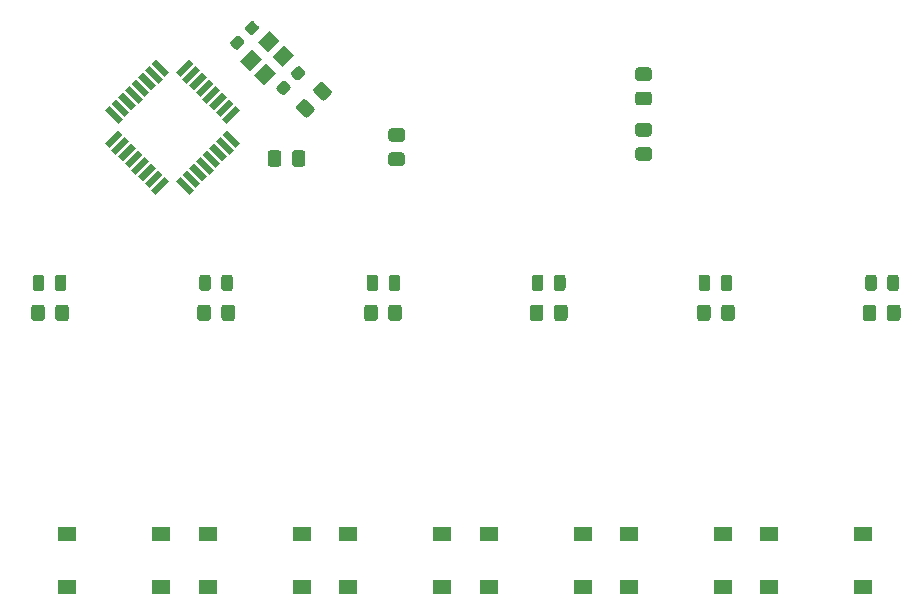
<source format=gbr>
G04 #@! TF.GenerationSoftware,KiCad,Pcbnew,(5.1.10)-1*
G04 #@! TF.CreationDate,2021-09-13T18:31:10+02:00*
G04 #@! TF.ProjectId,CardSizeMidiController,43617264-5369-47a6-954d-696469436f6e,rev?*
G04 #@! TF.SameCoordinates,Original*
G04 #@! TF.FileFunction,Paste,Top*
G04 #@! TF.FilePolarity,Positive*
%FSLAX46Y46*%
G04 Gerber Fmt 4.6, Leading zero omitted, Abs format (unit mm)*
G04 Created by KiCad (PCBNEW (5.1.10)-1) date 2021-09-13 18:31:10*
%MOMM*%
%LPD*%
G01*
G04 APERTURE LIST*
%ADD10R,1.550000X1.300000*%
%ADD11C,0.100000*%
G04 APERTURE END LIST*
D10*
X76517000Y-49227000D03*
X76517000Y-44727000D03*
X68567000Y-44727000D03*
X68567000Y-49227000D03*
X64629800Y-49227000D03*
X64629800Y-44727000D03*
X56679800Y-44727000D03*
X56679800Y-49227000D03*
X52742600Y-49227000D03*
X52742600Y-44727000D03*
X44792600Y-44727000D03*
X44792600Y-49227000D03*
X40855400Y-49227000D03*
X40855400Y-44727000D03*
X32905400Y-44727000D03*
X32905400Y-49227000D03*
X28968200Y-49227000D03*
X28968200Y-44727000D03*
X21018200Y-44727000D03*
X21018200Y-49227000D03*
X17081000Y-49227000D03*
X17081000Y-44727000D03*
X9131000Y-44727000D03*
X9131000Y-49227000D03*
G36*
G01*
X30636396Y-8000001D02*
X29999999Y-7363604D01*
G75*
G02*
X29999999Y-7010052I176776J176776D01*
G01*
X30459620Y-6550431D01*
G75*
G02*
X30813172Y-6550431I176776J-176776D01*
G01*
X31449569Y-7186828D01*
G75*
G02*
X31449569Y-7540380I-176776J-176776D01*
G01*
X30989948Y-8000001D01*
G75*
G02*
X30636396Y-8000001I-176776J176776D01*
G01*
G37*
G36*
G01*
X29186828Y-9449569D02*
X28550431Y-8813172D01*
G75*
G02*
X28550431Y-8459620I176776J176776D01*
G01*
X29010052Y-7999999D01*
G75*
G02*
X29363604Y-7999999I176776J-176776D01*
G01*
X30000001Y-8636396D01*
G75*
G02*
X30000001Y-8989948I-176776J-176776D01*
G01*
X29540380Y-9449569D01*
G75*
G02*
X29186828Y-9449569I-176776J176776D01*
G01*
G37*
G36*
G01*
X37450001Y-13600000D02*
X36549999Y-13600000D01*
G75*
G02*
X36300000Y-13350001I0J249999D01*
G01*
X36300000Y-12699999D01*
G75*
G02*
X36549999Y-12450000I249999J0D01*
G01*
X37450001Y-12450000D01*
G75*
G02*
X37700000Y-12699999I0J-249999D01*
G01*
X37700000Y-13350001D01*
G75*
G02*
X37450001Y-13600000I-249999J0D01*
G01*
G37*
G36*
G01*
X37450001Y-11550000D02*
X36549999Y-11550000D01*
G75*
G02*
X36300000Y-11300001I0J249999D01*
G01*
X36300000Y-10649999D01*
G75*
G02*
X36549999Y-10400000I249999J0D01*
G01*
X37450001Y-10400000D01*
G75*
G02*
X37700000Y-10649999I0J-249999D01*
G01*
X37700000Y-11300001D01*
G75*
G02*
X37450001Y-11550000I-249999J0D01*
G01*
G37*
G36*
G01*
X6195000Y-23951250D02*
X6195000Y-23038750D01*
G75*
G02*
X6438750Y-22795000I243750J0D01*
G01*
X6926250Y-22795000D01*
G75*
G02*
X7170000Y-23038750I0J-243750D01*
G01*
X7170000Y-23951250D01*
G75*
G02*
X6926250Y-24195000I-243750J0D01*
G01*
X6438750Y-24195000D01*
G75*
G02*
X6195000Y-23951250I0J243750D01*
G01*
G37*
G36*
G01*
X8070000Y-23951250D02*
X8070000Y-23038750D01*
G75*
G02*
X8313750Y-22795000I243750J0D01*
G01*
X8801250Y-22795000D01*
G75*
G02*
X9045000Y-23038750I0J-243750D01*
G01*
X9045000Y-23951250D01*
G75*
G02*
X8801250Y-24195000I-243750J0D01*
G01*
X8313750Y-24195000D01*
G75*
G02*
X8070000Y-23951250I0J243750D01*
G01*
G37*
G36*
G01*
X6058700Y-26485001D02*
X6058700Y-25584999D01*
G75*
G02*
X6308699Y-25335000I249999J0D01*
G01*
X6958701Y-25335000D01*
G75*
G02*
X7208700Y-25584999I0J-249999D01*
G01*
X7208700Y-26485001D01*
G75*
G02*
X6958701Y-26735000I-249999J0D01*
G01*
X6308699Y-26735000D01*
G75*
G02*
X6058700Y-26485001I0J249999D01*
G01*
G37*
G36*
G01*
X8108700Y-26485001D02*
X8108700Y-25584999D01*
G75*
G02*
X8358699Y-25335000I249999J0D01*
G01*
X9008701Y-25335000D01*
G75*
G02*
X9258700Y-25584999I0J-249999D01*
G01*
X9258700Y-26485001D01*
G75*
G02*
X9008701Y-26735000I-249999J0D01*
G01*
X8358699Y-26735000D01*
G75*
G02*
X8108700Y-26485001I0J249999D01*
G01*
G37*
G36*
G01*
X28466125Y-6286751D02*
X28130249Y-5950875D01*
G75*
G02*
X28130249Y-5614999I167938J167938D01*
G01*
X28536835Y-5208413D01*
G75*
G02*
X28872711Y-5208413I167938J-167938D01*
G01*
X29208587Y-5544289D01*
G75*
G02*
X29208587Y-5880165I-167938J-167938D01*
G01*
X28802001Y-6286751D01*
G75*
G02*
X28466125Y-6286751I-167938J167938D01*
G01*
G37*
G36*
G01*
X27228689Y-7524187D02*
X26892813Y-7188311D01*
G75*
G02*
X26892813Y-6852435I167938J167938D01*
G01*
X27299399Y-6445849D01*
G75*
G02*
X27635275Y-6445849I167938J-167938D01*
G01*
X27971151Y-6781725D01*
G75*
G02*
X27971151Y-7117601I-167938J-167938D01*
G01*
X27564565Y-7524187D01*
G75*
G02*
X27228689Y-7524187I-167938J167938D01*
G01*
G37*
G36*
G01*
X24952011Y-1382113D02*
X25287887Y-1717989D01*
G75*
G02*
X25287887Y-2053865I-167938J-167938D01*
G01*
X24881301Y-2460451D01*
G75*
G02*
X24545425Y-2460451I-167938J167938D01*
G01*
X24209549Y-2124575D01*
G75*
G02*
X24209549Y-1788699I167938J167938D01*
G01*
X24616135Y-1382113D01*
G75*
G02*
X24952011Y-1382113I167938J-167938D01*
G01*
G37*
G36*
G01*
X23714575Y-2619549D02*
X24050451Y-2955425D01*
G75*
G02*
X24050451Y-3291301I-167938J-167938D01*
G01*
X23643865Y-3697887D01*
G75*
G02*
X23307989Y-3697887I-167938J167938D01*
G01*
X22972113Y-3362011D01*
G75*
G02*
X22972113Y-3026135I167938J167938D01*
G01*
X23378699Y-2619549D01*
G75*
G02*
X23714575Y-2619549I167938J-167938D01*
G01*
G37*
D11*
G36*
X25787512Y-6743097D02*
G01*
X24938984Y-5894569D01*
X25928934Y-4904619D01*
X26777462Y-5753147D01*
X25787512Y-6743097D01*
G37*
G36*
X27343147Y-5187462D02*
G01*
X26494619Y-4338934D01*
X27484569Y-3348984D01*
X28333097Y-4197512D01*
X27343147Y-5187462D01*
G37*
G36*
X26141066Y-3985381D02*
G01*
X25292538Y-3136853D01*
X26282488Y-2146903D01*
X27131016Y-2995431D01*
X26141066Y-3985381D01*
G37*
G36*
X24585431Y-5541016D02*
G01*
X23736903Y-4692488D01*
X24726853Y-3702538D01*
X25575381Y-4551066D01*
X24585431Y-5541016D01*
G37*
G36*
G01*
X22167000Y-23951250D02*
X22167000Y-23038750D01*
G75*
G02*
X22410750Y-22795000I243750J0D01*
G01*
X22898250Y-22795000D01*
G75*
G02*
X23142000Y-23038750I0J-243750D01*
G01*
X23142000Y-23951250D01*
G75*
G02*
X22898250Y-24195000I-243750J0D01*
G01*
X22410750Y-24195000D01*
G75*
G02*
X22167000Y-23951250I0J243750D01*
G01*
G37*
G36*
G01*
X20292000Y-23951250D02*
X20292000Y-23038750D01*
G75*
G02*
X20535750Y-22795000I243750J0D01*
G01*
X21023250Y-22795000D01*
G75*
G02*
X21267000Y-23038750I0J-243750D01*
G01*
X21267000Y-23951250D01*
G75*
G02*
X21023250Y-24195000I-243750J0D01*
G01*
X20535750Y-24195000D01*
G75*
G02*
X20292000Y-23951250I0J243750D01*
G01*
G37*
G36*
G01*
X34463600Y-23951250D02*
X34463600Y-23038750D01*
G75*
G02*
X34707350Y-22795000I243750J0D01*
G01*
X35194850Y-22795000D01*
G75*
G02*
X35438600Y-23038750I0J-243750D01*
G01*
X35438600Y-23951250D01*
G75*
G02*
X35194850Y-24195000I-243750J0D01*
G01*
X34707350Y-24195000D01*
G75*
G02*
X34463600Y-23951250I0J243750D01*
G01*
G37*
G36*
G01*
X36338600Y-23951250D02*
X36338600Y-23038750D01*
G75*
G02*
X36582350Y-22795000I243750J0D01*
G01*
X37069850Y-22795000D01*
G75*
G02*
X37313600Y-23038750I0J-243750D01*
G01*
X37313600Y-23951250D01*
G75*
G02*
X37069850Y-24195000I-243750J0D01*
G01*
X36582350Y-24195000D01*
G75*
G02*
X36338600Y-23951250I0J243750D01*
G01*
G37*
G36*
G01*
X50326400Y-23951250D02*
X50326400Y-23038750D01*
G75*
G02*
X50570150Y-22795000I243750J0D01*
G01*
X51057650Y-22795000D01*
G75*
G02*
X51301400Y-23038750I0J-243750D01*
G01*
X51301400Y-23951250D01*
G75*
G02*
X51057650Y-24195000I-243750J0D01*
G01*
X50570150Y-24195000D01*
G75*
G02*
X50326400Y-23951250I0J243750D01*
G01*
G37*
G36*
G01*
X48451400Y-23951250D02*
X48451400Y-23038750D01*
G75*
G02*
X48695150Y-22795000I243750J0D01*
G01*
X49182650Y-22795000D01*
G75*
G02*
X49426400Y-23038750I0J-243750D01*
G01*
X49426400Y-23951250D01*
G75*
G02*
X49182650Y-24195000I-243750J0D01*
G01*
X48695150Y-24195000D01*
G75*
G02*
X48451400Y-23951250I0J243750D01*
G01*
G37*
G36*
G01*
X62566300Y-23951250D02*
X62566300Y-23038750D01*
G75*
G02*
X62810050Y-22795000I243750J0D01*
G01*
X63297550Y-22795000D01*
G75*
G02*
X63541300Y-23038750I0J-243750D01*
G01*
X63541300Y-23951250D01*
G75*
G02*
X63297550Y-24195000I-243750J0D01*
G01*
X62810050Y-24195000D01*
G75*
G02*
X62566300Y-23951250I0J243750D01*
G01*
G37*
G36*
G01*
X64441300Y-23951250D02*
X64441300Y-23038750D01*
G75*
G02*
X64685050Y-22795000I243750J0D01*
G01*
X65172550Y-22795000D01*
G75*
G02*
X65416300Y-23038750I0J-243750D01*
G01*
X65416300Y-23951250D01*
G75*
G02*
X65172550Y-24195000I-243750J0D01*
G01*
X64685050Y-24195000D01*
G75*
G02*
X64441300Y-23951250I0J243750D01*
G01*
G37*
G36*
G01*
X78555000Y-23951250D02*
X78555000Y-23038750D01*
G75*
G02*
X78798750Y-22795000I243750J0D01*
G01*
X79286250Y-22795000D01*
G75*
G02*
X79530000Y-23038750I0J-243750D01*
G01*
X79530000Y-23951250D01*
G75*
G02*
X79286250Y-24195000I-243750J0D01*
G01*
X78798750Y-24195000D01*
G75*
G02*
X78555000Y-23951250I0J243750D01*
G01*
G37*
G36*
G01*
X76680000Y-23951250D02*
X76680000Y-23038750D01*
G75*
G02*
X76923750Y-22795000I243750J0D01*
G01*
X77411250Y-22795000D01*
G75*
G02*
X77655000Y-23038750I0J-243750D01*
G01*
X77655000Y-23951250D01*
G75*
G02*
X77411250Y-24195000I-243750J0D01*
G01*
X76923750Y-24195000D01*
G75*
G02*
X76680000Y-23951250I0J243750D01*
G01*
G37*
G36*
X23390334Y-8501555D02*
G01*
X23779243Y-8890464D01*
X22647872Y-10021835D01*
X22258963Y-9632926D01*
X23390334Y-8501555D01*
G37*
G36*
X22824648Y-7935870D02*
G01*
X23213557Y-8324779D01*
X22082186Y-9456150D01*
X21693277Y-9067241D01*
X22824648Y-7935870D01*
G37*
G36*
X22258963Y-7370184D02*
G01*
X22647872Y-7759093D01*
X21516501Y-8890464D01*
X21127592Y-8501555D01*
X22258963Y-7370184D01*
G37*
G36*
X21693278Y-6804499D02*
G01*
X22082187Y-7193408D01*
X20950816Y-8324779D01*
X20561907Y-7935870D01*
X21693278Y-6804499D01*
G37*
G36*
X21127592Y-6238813D02*
G01*
X21516501Y-6627722D01*
X20385130Y-7759093D01*
X19996221Y-7370184D01*
X21127592Y-6238813D01*
G37*
G36*
X20561907Y-5673128D02*
G01*
X20950816Y-6062037D01*
X19819445Y-7193408D01*
X19430536Y-6804499D01*
X20561907Y-5673128D01*
G37*
G36*
X19996221Y-5107443D02*
G01*
X20385130Y-5496352D01*
X19253759Y-6627723D01*
X18864850Y-6238814D01*
X19996221Y-5107443D01*
G37*
G36*
X19430536Y-4541757D02*
G01*
X19819445Y-4930666D01*
X18688074Y-6062037D01*
X18299165Y-5673128D01*
X19430536Y-4541757D01*
G37*
G36*
X16248555Y-4930666D02*
G01*
X16637464Y-4541757D01*
X17768835Y-5673128D01*
X17379926Y-6062037D01*
X16248555Y-4930666D01*
G37*
G36*
X15682870Y-5496352D02*
G01*
X16071779Y-5107443D01*
X17203150Y-6238814D01*
X16814241Y-6627723D01*
X15682870Y-5496352D01*
G37*
G36*
X15117184Y-6062037D02*
G01*
X15506093Y-5673128D01*
X16637464Y-6804499D01*
X16248555Y-7193408D01*
X15117184Y-6062037D01*
G37*
G36*
X14551499Y-6627722D02*
G01*
X14940408Y-6238813D01*
X16071779Y-7370184D01*
X15682870Y-7759093D01*
X14551499Y-6627722D01*
G37*
G36*
X13985813Y-7193408D02*
G01*
X14374722Y-6804499D01*
X15506093Y-7935870D01*
X15117184Y-8324779D01*
X13985813Y-7193408D01*
G37*
G36*
X13420128Y-7759093D02*
G01*
X13809037Y-7370184D01*
X14940408Y-8501555D01*
X14551499Y-8890464D01*
X13420128Y-7759093D01*
G37*
G36*
X12854443Y-8324779D02*
G01*
X13243352Y-7935870D01*
X14374723Y-9067241D01*
X13985814Y-9456150D01*
X12854443Y-8324779D01*
G37*
G36*
X12288757Y-8890464D02*
G01*
X12677666Y-8501555D01*
X13809037Y-9632926D01*
X13420128Y-10021835D01*
X12288757Y-8890464D01*
G37*
G36*
X13420128Y-10552165D02*
G01*
X13809037Y-10941074D01*
X12677666Y-12072445D01*
X12288757Y-11683536D01*
X13420128Y-10552165D01*
G37*
G36*
X13985814Y-11117850D02*
G01*
X14374723Y-11506759D01*
X13243352Y-12638130D01*
X12854443Y-12249221D01*
X13985814Y-11117850D01*
G37*
G36*
X14551499Y-11683536D02*
G01*
X14940408Y-12072445D01*
X13809037Y-13203816D01*
X13420128Y-12814907D01*
X14551499Y-11683536D01*
G37*
G36*
X15117184Y-12249221D02*
G01*
X15506093Y-12638130D01*
X14374722Y-13769501D01*
X13985813Y-13380592D01*
X15117184Y-12249221D01*
G37*
G36*
X15682870Y-12814907D02*
G01*
X16071779Y-13203816D01*
X14940408Y-14335187D01*
X14551499Y-13946278D01*
X15682870Y-12814907D01*
G37*
G36*
X16248555Y-13380592D02*
G01*
X16637464Y-13769501D01*
X15506093Y-14900872D01*
X15117184Y-14511963D01*
X16248555Y-13380592D01*
G37*
G36*
X16814241Y-13946277D02*
G01*
X17203150Y-14335186D01*
X16071779Y-15466557D01*
X15682870Y-15077648D01*
X16814241Y-13946277D01*
G37*
G36*
X17379926Y-14511963D02*
G01*
X17768835Y-14900872D01*
X16637464Y-16032243D01*
X16248555Y-15643334D01*
X17379926Y-14511963D01*
G37*
G36*
X18299165Y-14900872D02*
G01*
X18688074Y-14511963D01*
X19819445Y-15643334D01*
X19430536Y-16032243D01*
X18299165Y-14900872D01*
G37*
G36*
X18864850Y-14335186D02*
G01*
X19253759Y-13946277D01*
X20385130Y-15077648D01*
X19996221Y-15466557D01*
X18864850Y-14335186D01*
G37*
G36*
X19430536Y-13769501D02*
G01*
X19819445Y-13380592D01*
X20950816Y-14511963D01*
X20561907Y-14900872D01*
X19430536Y-13769501D01*
G37*
G36*
X19996221Y-13203816D02*
G01*
X20385130Y-12814907D01*
X21516501Y-13946278D01*
X21127592Y-14335187D01*
X19996221Y-13203816D01*
G37*
G36*
X20561907Y-12638130D02*
G01*
X20950816Y-12249221D01*
X22082187Y-13380592D01*
X21693278Y-13769501D01*
X20561907Y-12638130D01*
G37*
G36*
X21127592Y-12072445D02*
G01*
X21516501Y-11683536D01*
X22647872Y-12814907D01*
X22258963Y-13203816D01*
X21127592Y-12072445D01*
G37*
G36*
X21693277Y-11506759D02*
G01*
X22082186Y-11117850D01*
X23213557Y-12249221D01*
X22824648Y-12638130D01*
X21693277Y-11506759D01*
G37*
G36*
X22258963Y-10941074D02*
G01*
X22647872Y-10552165D01*
X23779243Y-11683536D01*
X23390334Y-12072445D01*
X22258963Y-10941074D01*
G37*
G36*
G01*
X57461999Y-5258000D02*
X58362001Y-5258000D01*
G75*
G02*
X58612000Y-5507999I0J-249999D01*
G01*
X58612000Y-6158001D01*
G75*
G02*
X58362001Y-6408000I-249999J0D01*
G01*
X57461999Y-6408000D01*
G75*
G02*
X57212000Y-6158001I0J249999D01*
G01*
X57212000Y-5507999D01*
G75*
G02*
X57461999Y-5258000I249999J0D01*
G01*
G37*
G36*
G01*
X57461999Y-7308000D02*
X58362001Y-7308000D01*
G75*
G02*
X58612000Y-7557999I0J-249999D01*
G01*
X58612000Y-8208001D01*
G75*
G02*
X58362001Y-8458000I-249999J0D01*
G01*
X57461999Y-8458000D01*
G75*
G02*
X57212000Y-8208001I0J249999D01*
G01*
X57212000Y-7557999D01*
G75*
G02*
X57461999Y-7308000I249999J0D01*
G01*
G37*
G36*
G01*
X58362001Y-11107000D02*
X57461999Y-11107000D01*
G75*
G02*
X57212000Y-10857001I0J249999D01*
G01*
X57212000Y-10206999D01*
G75*
G02*
X57461999Y-9957000I249999J0D01*
G01*
X58362001Y-9957000D01*
G75*
G02*
X58612000Y-10206999I0J-249999D01*
G01*
X58612000Y-10857001D01*
G75*
G02*
X58362001Y-11107000I-249999J0D01*
G01*
G37*
G36*
G01*
X58362001Y-13157000D02*
X57461999Y-13157000D01*
G75*
G02*
X57212000Y-12907001I0J249999D01*
G01*
X57212000Y-12256999D01*
G75*
G02*
X57461999Y-12007000I249999J0D01*
G01*
X58362001Y-12007000D01*
G75*
G02*
X58612000Y-12256999I0J-249999D01*
G01*
X58612000Y-12907001D01*
G75*
G02*
X58362001Y-13157000I-249999J0D01*
G01*
G37*
G36*
G01*
X29286000Y-12503999D02*
X29286000Y-13404001D01*
G75*
G02*
X29036001Y-13654000I-249999J0D01*
G01*
X28385999Y-13654000D01*
G75*
G02*
X28136000Y-13404001I0J249999D01*
G01*
X28136000Y-12503999D01*
G75*
G02*
X28385999Y-12254000I249999J0D01*
G01*
X29036001Y-12254000D01*
G75*
G02*
X29286000Y-12503999I0J-249999D01*
G01*
G37*
G36*
G01*
X27236000Y-12503999D02*
X27236000Y-13404001D01*
G75*
G02*
X26986001Y-13654000I-249999J0D01*
G01*
X26335999Y-13654000D01*
G75*
G02*
X26086000Y-13404001I0J249999D01*
G01*
X26086000Y-12503999D01*
G75*
G02*
X26335999Y-12254000I249999J0D01*
G01*
X26986001Y-12254000D01*
G75*
G02*
X27236000Y-12503999I0J-249999D01*
G01*
G37*
G36*
G01*
X76466300Y-26485001D02*
X76466300Y-25584999D01*
G75*
G02*
X76716299Y-25335000I249999J0D01*
G01*
X77366301Y-25335000D01*
G75*
G02*
X77616300Y-25584999I0J-249999D01*
G01*
X77616300Y-26485001D01*
G75*
G02*
X77366301Y-26735000I-249999J0D01*
G01*
X76716299Y-26735000D01*
G75*
G02*
X76466300Y-26485001I0J249999D01*
G01*
G37*
G36*
G01*
X78516300Y-26485001D02*
X78516300Y-25584999D01*
G75*
G02*
X78766299Y-25335000I249999J0D01*
G01*
X79416301Y-25335000D01*
G75*
G02*
X79666300Y-25584999I0J-249999D01*
G01*
X79666300Y-26485001D01*
G75*
G02*
X79416301Y-26735000I-249999J0D01*
G01*
X78766299Y-26735000D01*
G75*
G02*
X78516300Y-26485001I0J249999D01*
G01*
G37*
G36*
G01*
X64485600Y-26485001D02*
X64485600Y-25584999D01*
G75*
G02*
X64735599Y-25335000I249999J0D01*
G01*
X65385601Y-25335000D01*
G75*
G02*
X65635600Y-25584999I0J-249999D01*
G01*
X65635600Y-26485001D01*
G75*
G02*
X65385601Y-26735000I-249999J0D01*
G01*
X64735599Y-26735000D01*
G75*
G02*
X64485600Y-26485001I0J249999D01*
G01*
G37*
G36*
G01*
X62435600Y-26485001D02*
X62435600Y-25584999D01*
G75*
G02*
X62685599Y-25335000I249999J0D01*
G01*
X63335601Y-25335000D01*
G75*
G02*
X63585600Y-25584999I0J-249999D01*
G01*
X63585600Y-26485001D01*
G75*
G02*
X63335601Y-26735000I-249999J0D01*
G01*
X62685599Y-26735000D01*
G75*
G02*
X62435600Y-26485001I0J249999D01*
G01*
G37*
G36*
G01*
X48277900Y-26485001D02*
X48277900Y-25584999D01*
G75*
G02*
X48527899Y-25335000I249999J0D01*
G01*
X49177901Y-25335000D01*
G75*
G02*
X49427900Y-25584999I0J-249999D01*
G01*
X49427900Y-26485001D01*
G75*
G02*
X49177901Y-26735000I-249999J0D01*
G01*
X48527899Y-26735000D01*
G75*
G02*
X48277900Y-26485001I0J249999D01*
G01*
G37*
G36*
G01*
X50327900Y-26485001D02*
X50327900Y-25584999D01*
G75*
G02*
X50577899Y-25335000I249999J0D01*
G01*
X51227901Y-25335000D01*
G75*
G02*
X51477900Y-25584999I0J-249999D01*
G01*
X51477900Y-26485001D01*
G75*
G02*
X51227901Y-26735000I-249999J0D01*
G01*
X50577899Y-26735000D01*
G75*
G02*
X50327900Y-26485001I0J249999D01*
G01*
G37*
G36*
G01*
X36297100Y-26485001D02*
X36297100Y-25584999D01*
G75*
G02*
X36547099Y-25335000I249999J0D01*
G01*
X37197101Y-25335000D01*
G75*
G02*
X37447100Y-25584999I0J-249999D01*
G01*
X37447100Y-26485001D01*
G75*
G02*
X37197101Y-26735000I-249999J0D01*
G01*
X36547099Y-26735000D01*
G75*
G02*
X36297100Y-26485001I0J249999D01*
G01*
G37*
G36*
G01*
X34247100Y-26485001D02*
X34247100Y-25584999D01*
G75*
G02*
X34497099Y-25335000I249999J0D01*
G01*
X35147101Y-25335000D01*
G75*
G02*
X35397100Y-25584999I0J-249999D01*
G01*
X35397100Y-26485001D01*
G75*
G02*
X35147101Y-26735000I-249999J0D01*
G01*
X34497099Y-26735000D01*
G75*
G02*
X34247100Y-26485001I0J249999D01*
G01*
G37*
G36*
G01*
X20117000Y-26485001D02*
X20117000Y-25584999D01*
G75*
G02*
X20366999Y-25335000I249999J0D01*
G01*
X21017001Y-25335000D01*
G75*
G02*
X21267000Y-25584999I0J-249999D01*
G01*
X21267000Y-26485001D01*
G75*
G02*
X21017001Y-26735000I-249999J0D01*
G01*
X20366999Y-26735000D01*
G75*
G02*
X20117000Y-26485001I0J249999D01*
G01*
G37*
G36*
G01*
X22167000Y-26485001D02*
X22167000Y-25584999D01*
G75*
G02*
X22416999Y-25335000I249999J0D01*
G01*
X23067001Y-25335000D01*
G75*
G02*
X23317000Y-25584999I0J-249999D01*
G01*
X23317000Y-26485001D01*
G75*
G02*
X23067001Y-26735000I-249999J0D01*
G01*
X22416999Y-26735000D01*
G75*
G02*
X22167000Y-26485001I0J249999D01*
G01*
G37*
M02*

</source>
